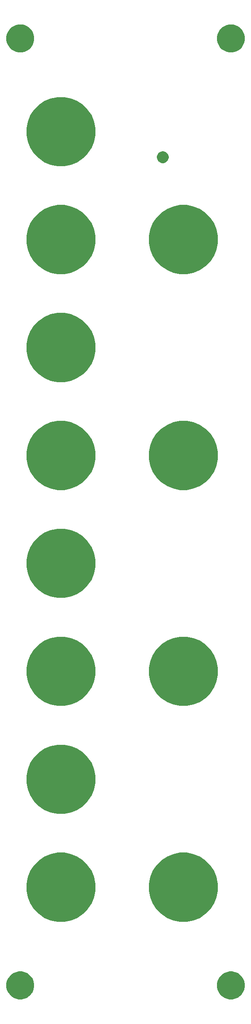
<source format=gbr>
G04 #@! TF.GenerationSoftware,KiCad,Pcbnew,(5.1.5)-3*
G04 #@! TF.CreationDate,2020-07-13T19:54:25+01:00*
G04 #@! TF.ProjectId,Panel,50616e65-6c2e-46b6-9963-61645f706362,rev?*
G04 #@! TF.SameCoordinates,Original*
G04 #@! TF.FileFunction,Soldermask,Top*
G04 #@! TF.FilePolarity,Negative*
%FSLAX46Y46*%
G04 Gerber Fmt 4.6, Leading zero omitted, Abs format (unit mm)*
G04 Created by KiCad (PCBNEW (5.1.5)-3) date 2020-07-13 19:54:25*
%MOMM*%
%LPD*%
G04 APERTURE LIST*
%ADD10C,0.100000*%
G04 APERTURE END LIST*
D10*
G36*
X192326526Y-172774002D02*
G01*
X192845375Y-172988916D01*
X193312327Y-173300924D01*
X193709436Y-173698033D01*
X194021444Y-174164985D01*
X194236358Y-174683834D01*
X194345920Y-175234641D01*
X194345920Y-175796239D01*
X194236358Y-176347046D01*
X194021444Y-176865895D01*
X193709436Y-177332847D01*
X193312327Y-177729956D01*
X192845375Y-178041964D01*
X192326526Y-178256878D01*
X191775720Y-178366440D01*
X191214120Y-178366440D01*
X190663314Y-178256878D01*
X190144465Y-178041964D01*
X189677513Y-177729956D01*
X189280404Y-177332847D01*
X188968396Y-176865895D01*
X188753482Y-176347046D01*
X188643920Y-175796239D01*
X188643920Y-175234641D01*
X188753482Y-174683834D01*
X188968396Y-174164985D01*
X189280404Y-173698033D01*
X189677513Y-173300924D01*
X190144465Y-172988916D01*
X190663314Y-172774002D01*
X191214120Y-172664440D01*
X191775720Y-172664440D01*
X192326526Y-172774002D01*
G37*
G36*
X149326526Y-172774002D02*
G01*
X149845375Y-172988916D01*
X150312327Y-173300924D01*
X150709436Y-173698033D01*
X151021444Y-174164985D01*
X151236358Y-174683834D01*
X151345920Y-175234641D01*
X151345920Y-175796239D01*
X151236358Y-176347046D01*
X151021444Y-176865895D01*
X150709436Y-177332847D01*
X150312327Y-177729956D01*
X149845375Y-178041964D01*
X149326526Y-178256878D01*
X148775720Y-178366440D01*
X148214120Y-178366440D01*
X147663314Y-178256878D01*
X147144465Y-178041964D01*
X146677513Y-177729956D01*
X146280404Y-177332847D01*
X145968396Y-176865895D01*
X145753482Y-176347046D01*
X145643920Y-175796239D01*
X145643920Y-175234641D01*
X145753482Y-174683834D01*
X145968396Y-174164985D01*
X146280404Y-173698033D01*
X146677513Y-173300924D01*
X147144465Y-172988916D01*
X147663314Y-172774002D01*
X148214120Y-172664440D01*
X148775720Y-172664440D01*
X149326526Y-172774002D01*
G37*
G36*
X158858200Y-148726765D02*
G01*
X160141399Y-149258284D01*
X160141401Y-149258285D01*
X161296251Y-150029930D01*
X162278370Y-151012049D01*
X163050015Y-152166899D01*
X163050016Y-152166901D01*
X163581535Y-153450100D01*
X163852500Y-154812336D01*
X163852500Y-156201264D01*
X163581535Y-157563500D01*
X163050016Y-158846699D01*
X163050015Y-158846701D01*
X162278370Y-160001551D01*
X161296251Y-160983670D01*
X160141401Y-161755315D01*
X160141400Y-161755316D01*
X160141399Y-161755316D01*
X158858200Y-162286835D01*
X157495964Y-162557800D01*
X156107036Y-162557800D01*
X154744800Y-162286835D01*
X153461601Y-161755316D01*
X153461600Y-161755316D01*
X153461599Y-161755315D01*
X152306749Y-160983670D01*
X151324630Y-160001551D01*
X150552985Y-158846701D01*
X150552984Y-158846699D01*
X150021465Y-157563500D01*
X149750500Y-156201264D01*
X149750500Y-154812336D01*
X150021465Y-153450100D01*
X150552984Y-152166901D01*
X150552985Y-152166899D01*
X151324630Y-151012049D01*
X152306749Y-150029930D01*
X153461599Y-149258285D01*
X153461601Y-149258284D01*
X154744800Y-148726765D01*
X156107036Y-148455800D01*
X157495964Y-148455800D01*
X158858200Y-148726765D01*
G37*
G36*
X183858200Y-148726765D02*
G01*
X185141399Y-149258284D01*
X185141401Y-149258285D01*
X186296251Y-150029930D01*
X187278370Y-151012049D01*
X188050015Y-152166899D01*
X188050016Y-152166901D01*
X188581535Y-153450100D01*
X188852500Y-154812336D01*
X188852500Y-156201264D01*
X188581535Y-157563500D01*
X188050016Y-158846699D01*
X188050015Y-158846701D01*
X187278370Y-160001551D01*
X186296251Y-160983670D01*
X185141401Y-161755315D01*
X185141400Y-161755316D01*
X185141399Y-161755316D01*
X183858200Y-162286835D01*
X182495964Y-162557800D01*
X181107036Y-162557800D01*
X179744800Y-162286835D01*
X178461601Y-161755316D01*
X178461600Y-161755316D01*
X178461599Y-161755315D01*
X177306749Y-160983670D01*
X176324630Y-160001551D01*
X175552985Y-158846701D01*
X175552984Y-158846699D01*
X175021465Y-157563500D01*
X174750500Y-156201264D01*
X174750500Y-154812336D01*
X175021465Y-153450100D01*
X175552984Y-152166901D01*
X175552985Y-152166899D01*
X176324630Y-151012049D01*
X177306749Y-150029930D01*
X178461599Y-149258285D01*
X178461601Y-149258284D01*
X179744800Y-148726765D01*
X181107036Y-148455800D01*
X182495964Y-148455800D01*
X183858200Y-148726765D01*
G37*
G36*
X158858200Y-126726765D02*
G01*
X160141399Y-127258284D01*
X160141401Y-127258285D01*
X161296251Y-128029930D01*
X162278370Y-129012049D01*
X163050015Y-130166899D01*
X163050016Y-130166901D01*
X163581535Y-131450100D01*
X163852500Y-132812336D01*
X163852500Y-134201264D01*
X163581535Y-135563500D01*
X163050016Y-136846699D01*
X163050015Y-136846701D01*
X162278370Y-138001551D01*
X161296251Y-138983670D01*
X160141401Y-139755315D01*
X160141400Y-139755316D01*
X160141399Y-139755316D01*
X158858200Y-140286835D01*
X157495964Y-140557800D01*
X156107036Y-140557800D01*
X154744800Y-140286835D01*
X153461601Y-139755316D01*
X153461600Y-139755316D01*
X153461599Y-139755315D01*
X152306749Y-138983670D01*
X151324630Y-138001551D01*
X150552985Y-136846701D01*
X150552984Y-136846699D01*
X150021465Y-135563500D01*
X149750500Y-134201264D01*
X149750500Y-132812336D01*
X150021465Y-131450100D01*
X150552984Y-130166901D01*
X150552985Y-130166899D01*
X151324630Y-129012049D01*
X152306749Y-128029930D01*
X153461599Y-127258285D01*
X153461601Y-127258284D01*
X154744800Y-126726765D01*
X156107036Y-126455800D01*
X157495964Y-126455800D01*
X158858200Y-126726765D01*
G37*
G36*
X183858200Y-104726765D02*
G01*
X185141399Y-105258284D01*
X185141401Y-105258285D01*
X186296251Y-106029930D01*
X187278370Y-107012049D01*
X188050015Y-108166899D01*
X188050016Y-108166901D01*
X188581535Y-109450100D01*
X188852500Y-110812336D01*
X188852500Y-112201264D01*
X188581535Y-113563500D01*
X188050016Y-114846699D01*
X188050015Y-114846701D01*
X187278370Y-116001551D01*
X186296251Y-116983670D01*
X185141401Y-117755315D01*
X185141400Y-117755316D01*
X185141399Y-117755316D01*
X183858200Y-118286835D01*
X182495964Y-118557800D01*
X181107036Y-118557800D01*
X179744800Y-118286835D01*
X178461601Y-117755316D01*
X178461600Y-117755316D01*
X178461599Y-117755315D01*
X177306749Y-116983670D01*
X176324630Y-116001551D01*
X175552985Y-114846701D01*
X175552984Y-114846699D01*
X175021465Y-113563500D01*
X174750500Y-112201264D01*
X174750500Y-110812336D01*
X175021465Y-109450100D01*
X175552984Y-108166901D01*
X175552985Y-108166899D01*
X176324630Y-107012049D01*
X177306749Y-106029930D01*
X178461599Y-105258285D01*
X178461601Y-105258284D01*
X179744800Y-104726765D01*
X181107036Y-104455800D01*
X182495964Y-104455800D01*
X183858200Y-104726765D01*
G37*
G36*
X158858200Y-104726765D02*
G01*
X160141399Y-105258284D01*
X160141401Y-105258285D01*
X161296251Y-106029930D01*
X162278370Y-107012049D01*
X163050015Y-108166899D01*
X163050016Y-108166901D01*
X163581535Y-109450100D01*
X163852500Y-110812336D01*
X163852500Y-112201264D01*
X163581535Y-113563500D01*
X163050016Y-114846699D01*
X163050015Y-114846701D01*
X162278370Y-116001551D01*
X161296251Y-116983670D01*
X160141401Y-117755315D01*
X160141400Y-117755316D01*
X160141399Y-117755316D01*
X158858200Y-118286835D01*
X157495964Y-118557800D01*
X156107036Y-118557800D01*
X154744800Y-118286835D01*
X153461601Y-117755316D01*
X153461600Y-117755316D01*
X153461599Y-117755315D01*
X152306749Y-116983670D01*
X151324630Y-116001551D01*
X150552985Y-114846701D01*
X150552984Y-114846699D01*
X150021465Y-113563500D01*
X149750500Y-112201264D01*
X149750500Y-110812336D01*
X150021465Y-109450100D01*
X150552984Y-108166901D01*
X150552985Y-108166899D01*
X151324630Y-107012049D01*
X152306749Y-106029930D01*
X153461599Y-105258285D01*
X153461601Y-105258284D01*
X154744800Y-104726765D01*
X156107036Y-104455800D01*
X157495964Y-104455800D01*
X158858200Y-104726765D01*
G37*
G36*
X158858200Y-82726765D02*
G01*
X160141399Y-83258284D01*
X160141401Y-83258285D01*
X161296251Y-84029930D01*
X162278370Y-85012049D01*
X163050015Y-86166899D01*
X163050016Y-86166901D01*
X163581535Y-87450100D01*
X163852500Y-88812336D01*
X163852500Y-90201264D01*
X163581535Y-91563500D01*
X163050016Y-92846699D01*
X163050015Y-92846701D01*
X162278370Y-94001551D01*
X161296251Y-94983670D01*
X160141401Y-95755315D01*
X160141400Y-95755316D01*
X160141399Y-95755316D01*
X158858200Y-96286835D01*
X157495964Y-96557800D01*
X156107036Y-96557800D01*
X154744800Y-96286835D01*
X153461601Y-95755316D01*
X153461600Y-95755316D01*
X153461599Y-95755315D01*
X152306749Y-94983670D01*
X151324630Y-94001551D01*
X150552985Y-92846701D01*
X150552984Y-92846699D01*
X150021465Y-91563500D01*
X149750500Y-90201264D01*
X149750500Y-88812336D01*
X150021465Y-87450100D01*
X150552984Y-86166901D01*
X150552985Y-86166899D01*
X151324630Y-85012049D01*
X152306749Y-84029930D01*
X153461599Y-83258285D01*
X153461601Y-83258284D01*
X154744800Y-82726765D01*
X156107036Y-82455800D01*
X157495964Y-82455800D01*
X158858200Y-82726765D01*
G37*
G36*
X183858200Y-60726765D02*
G01*
X185141399Y-61258284D01*
X185141401Y-61258285D01*
X186296251Y-62029930D01*
X187278370Y-63012049D01*
X188050015Y-64166899D01*
X188050016Y-64166901D01*
X188581535Y-65450100D01*
X188852500Y-66812336D01*
X188852500Y-68201264D01*
X188581535Y-69563500D01*
X188050016Y-70846699D01*
X188050015Y-70846701D01*
X187278370Y-72001551D01*
X186296251Y-72983670D01*
X185141401Y-73755315D01*
X185141400Y-73755316D01*
X185141399Y-73755316D01*
X183858200Y-74286835D01*
X182495964Y-74557800D01*
X181107036Y-74557800D01*
X179744800Y-74286835D01*
X178461601Y-73755316D01*
X178461600Y-73755316D01*
X178461599Y-73755315D01*
X177306749Y-72983670D01*
X176324630Y-72001551D01*
X175552985Y-70846701D01*
X175552984Y-70846699D01*
X175021465Y-69563500D01*
X174750500Y-68201264D01*
X174750500Y-66812336D01*
X175021465Y-65450100D01*
X175552984Y-64166901D01*
X175552985Y-64166899D01*
X176324630Y-63012049D01*
X177306749Y-62029930D01*
X178461599Y-61258285D01*
X178461601Y-61258284D01*
X179744800Y-60726765D01*
X181107036Y-60455800D01*
X182495964Y-60455800D01*
X183858200Y-60726765D01*
G37*
G36*
X158858200Y-60726765D02*
G01*
X160141399Y-61258284D01*
X160141401Y-61258285D01*
X161296251Y-62029930D01*
X162278370Y-63012049D01*
X163050015Y-64166899D01*
X163050016Y-64166901D01*
X163581535Y-65450100D01*
X163852500Y-66812336D01*
X163852500Y-68201264D01*
X163581535Y-69563500D01*
X163050016Y-70846699D01*
X163050015Y-70846701D01*
X162278370Y-72001551D01*
X161296251Y-72983670D01*
X160141401Y-73755315D01*
X160141400Y-73755316D01*
X160141399Y-73755316D01*
X158858200Y-74286835D01*
X157495964Y-74557800D01*
X156107036Y-74557800D01*
X154744800Y-74286835D01*
X153461601Y-73755316D01*
X153461600Y-73755316D01*
X153461599Y-73755315D01*
X152306749Y-72983670D01*
X151324630Y-72001551D01*
X150552985Y-70846701D01*
X150552984Y-70846699D01*
X150021465Y-69563500D01*
X149750500Y-68201264D01*
X149750500Y-66812336D01*
X150021465Y-65450100D01*
X150552984Y-64166901D01*
X150552985Y-64166899D01*
X151324630Y-63012049D01*
X152306749Y-62029930D01*
X153461599Y-61258285D01*
X153461601Y-61258284D01*
X154744800Y-60726765D01*
X156107036Y-60455800D01*
X157495964Y-60455800D01*
X158858200Y-60726765D01*
G37*
G36*
X158858200Y-38726765D02*
G01*
X160141399Y-39258284D01*
X160141401Y-39258285D01*
X161296251Y-40029930D01*
X162278370Y-41012049D01*
X163050015Y-42166899D01*
X163050016Y-42166901D01*
X163581535Y-43450100D01*
X163852500Y-44812336D01*
X163852500Y-46201264D01*
X163581535Y-47563500D01*
X163050016Y-48846699D01*
X163050015Y-48846701D01*
X162278370Y-50001551D01*
X161296251Y-50983670D01*
X160141401Y-51755315D01*
X160141400Y-51755316D01*
X160141399Y-51755316D01*
X158858200Y-52286835D01*
X157495964Y-52557800D01*
X156107036Y-52557800D01*
X154744800Y-52286835D01*
X153461601Y-51755316D01*
X153461600Y-51755316D01*
X153461599Y-51755315D01*
X152306749Y-50983670D01*
X151324630Y-50001551D01*
X150552985Y-48846701D01*
X150552984Y-48846699D01*
X150021465Y-47563500D01*
X149750500Y-46201264D01*
X149750500Y-44812336D01*
X150021465Y-43450100D01*
X150552984Y-42166901D01*
X150552985Y-42166899D01*
X151324630Y-41012049D01*
X152306749Y-40029930D01*
X153461599Y-39258285D01*
X153461601Y-39258284D01*
X154744800Y-38726765D01*
X156107036Y-38455800D01*
X157495964Y-38455800D01*
X158858200Y-38726765D01*
G37*
G36*
X183858200Y-16726765D02*
G01*
X185141399Y-17258284D01*
X185141401Y-17258285D01*
X186296251Y-18029930D01*
X187278370Y-19012049D01*
X188050015Y-20166899D01*
X188050016Y-20166901D01*
X188581535Y-21450100D01*
X188852500Y-22812336D01*
X188852500Y-24201264D01*
X188581535Y-25563500D01*
X188050016Y-26846699D01*
X188050015Y-26846701D01*
X187278370Y-28001551D01*
X186296251Y-28983670D01*
X185141401Y-29755315D01*
X185141400Y-29755316D01*
X185141399Y-29755316D01*
X183858200Y-30286835D01*
X182495964Y-30557800D01*
X181107036Y-30557800D01*
X179744800Y-30286835D01*
X178461601Y-29755316D01*
X178461600Y-29755316D01*
X178461599Y-29755315D01*
X177306749Y-28983670D01*
X176324630Y-28001551D01*
X175552985Y-26846701D01*
X175552984Y-26846699D01*
X175021465Y-25563500D01*
X174750500Y-24201264D01*
X174750500Y-22812336D01*
X175021465Y-21450100D01*
X175552984Y-20166901D01*
X175552985Y-20166899D01*
X176324630Y-19012049D01*
X177306749Y-18029930D01*
X178461599Y-17258285D01*
X178461601Y-17258284D01*
X179744800Y-16726765D01*
X181107036Y-16455800D01*
X182495964Y-16455800D01*
X183858200Y-16726765D01*
G37*
G36*
X158858200Y-16726765D02*
G01*
X160141399Y-17258284D01*
X160141401Y-17258285D01*
X161296251Y-18029930D01*
X162278370Y-19012049D01*
X163050015Y-20166899D01*
X163050016Y-20166901D01*
X163581535Y-21450100D01*
X163852500Y-22812336D01*
X163852500Y-24201264D01*
X163581535Y-25563500D01*
X163050016Y-26846699D01*
X163050015Y-26846701D01*
X162278370Y-28001551D01*
X161296251Y-28983670D01*
X160141401Y-29755315D01*
X160141400Y-29755316D01*
X160141399Y-29755316D01*
X158858200Y-30286835D01*
X157495964Y-30557800D01*
X156107036Y-30557800D01*
X154744800Y-30286835D01*
X153461601Y-29755316D01*
X153461600Y-29755316D01*
X153461599Y-29755315D01*
X152306749Y-28983670D01*
X151324630Y-28001551D01*
X150552985Y-26846701D01*
X150552984Y-26846699D01*
X150021465Y-25563500D01*
X149750500Y-24201264D01*
X149750500Y-22812336D01*
X150021465Y-21450100D01*
X150552984Y-20166901D01*
X150552985Y-20166899D01*
X151324630Y-19012049D01*
X152306749Y-18029930D01*
X153461599Y-17258285D01*
X153461601Y-17258284D01*
X154744800Y-16726765D01*
X156107036Y-16455800D01*
X157495964Y-16455800D01*
X158858200Y-16726765D01*
G37*
G36*
X158858200Y5273235D02*
G01*
X160141399Y4741716D01*
X160141401Y4741715D01*
X161296251Y3970070D01*
X162278370Y2987951D01*
X163050015Y1833101D01*
X163050016Y1833099D01*
X163581535Y549900D01*
X163852500Y-812336D01*
X163852500Y-2201264D01*
X163581535Y-3563500D01*
X163050016Y-4846699D01*
X163050015Y-4846701D01*
X162278370Y-6001551D01*
X161296251Y-6983670D01*
X160141401Y-7755315D01*
X160141400Y-7755316D01*
X160141399Y-7755316D01*
X158858200Y-8286835D01*
X157495964Y-8557800D01*
X156107036Y-8557800D01*
X154744800Y-8286835D01*
X153461601Y-7755316D01*
X153461600Y-7755316D01*
X153461599Y-7755315D01*
X152306749Y-6983670D01*
X151324630Y-6001551D01*
X150552985Y-4846701D01*
X150552984Y-4846699D01*
X150021465Y-3563500D01*
X149750500Y-2201264D01*
X149750500Y-812336D01*
X150021465Y549900D01*
X150552984Y1833099D01*
X150552985Y1833101D01*
X151324630Y2987951D01*
X152306749Y3970070D01*
X153461599Y4741715D01*
X153461601Y4741716D01*
X154744800Y5273235D01*
X156107036Y5544200D01*
X157495964Y5544200D01*
X158858200Y5273235D01*
G37*
G36*
X177946318Y-5560473D02*
G01*
X178164885Y-5651007D01*
X178164887Y-5651008D01*
X178361593Y-5782442D01*
X178528878Y-5949727D01*
X178563505Y-6001551D01*
X178660313Y-6146435D01*
X178750847Y-6365002D01*
X178797000Y-6597030D01*
X178797000Y-6833610D01*
X178750847Y-7065638D01*
X178660313Y-7284205D01*
X178660312Y-7284207D01*
X178528878Y-7480913D01*
X178361593Y-7648198D01*
X178164887Y-7779632D01*
X178164886Y-7779633D01*
X178164885Y-7779633D01*
X177946318Y-7870167D01*
X177714290Y-7916320D01*
X177477710Y-7916320D01*
X177245682Y-7870167D01*
X177027115Y-7779633D01*
X177027114Y-7779633D01*
X177027113Y-7779632D01*
X176830407Y-7648198D01*
X176663122Y-7480913D01*
X176531688Y-7284207D01*
X176531687Y-7284205D01*
X176441153Y-7065638D01*
X176395000Y-6833610D01*
X176395000Y-6597030D01*
X176441153Y-6365002D01*
X176531687Y-6146435D01*
X176628495Y-6001551D01*
X176663122Y-5949727D01*
X176830407Y-5782442D01*
X177027113Y-5651008D01*
X177027115Y-5651007D01*
X177245682Y-5560473D01*
X177477710Y-5514320D01*
X177714290Y-5514320D01*
X177946318Y-5560473D01*
G37*
G36*
X149051122Y20280779D02*
G01*
X149326526Y20225998D01*
X149845375Y20011084D01*
X150312327Y19699076D01*
X150709436Y19301967D01*
X151021444Y18835015D01*
X151236358Y18316166D01*
X151345920Y17765359D01*
X151345920Y17203761D01*
X151236358Y16652954D01*
X151021444Y16134105D01*
X150709436Y15667153D01*
X150312327Y15270044D01*
X149845375Y14958036D01*
X149326526Y14743122D01*
X148775720Y14633560D01*
X148214120Y14633560D01*
X147663314Y14743122D01*
X147144465Y14958036D01*
X146677513Y15270044D01*
X146280404Y15667153D01*
X145968396Y16134105D01*
X145753482Y16652954D01*
X145643920Y17203761D01*
X145643920Y17765359D01*
X145753482Y18316166D01*
X145968396Y18835015D01*
X146280404Y19301967D01*
X146677513Y19699076D01*
X147144465Y20011084D01*
X147663314Y20225998D01*
X148214120Y20335560D01*
X148775720Y20335560D01*
X149051122Y20280779D01*
G37*
G36*
X192051122Y20280779D02*
G01*
X192326526Y20225998D01*
X192845375Y20011084D01*
X193312327Y19699076D01*
X193709436Y19301967D01*
X194021444Y18835015D01*
X194236358Y18316166D01*
X194345920Y17765359D01*
X194345920Y17203761D01*
X194236358Y16652954D01*
X194021444Y16134105D01*
X193709436Y15667153D01*
X193312327Y15270044D01*
X192845375Y14958036D01*
X192326526Y14743122D01*
X191775720Y14633560D01*
X191214120Y14633560D01*
X190663314Y14743122D01*
X190144465Y14958036D01*
X189677513Y15270044D01*
X189280404Y15667153D01*
X188968396Y16134105D01*
X188753482Y16652954D01*
X188643920Y17203761D01*
X188643920Y17765359D01*
X188753482Y18316166D01*
X188968396Y18835015D01*
X189280404Y19301967D01*
X189677513Y19699076D01*
X190144465Y20011084D01*
X190663314Y20225998D01*
X191214120Y20335560D01*
X191775720Y20335560D01*
X192051122Y20280779D01*
G37*
M02*

</source>
